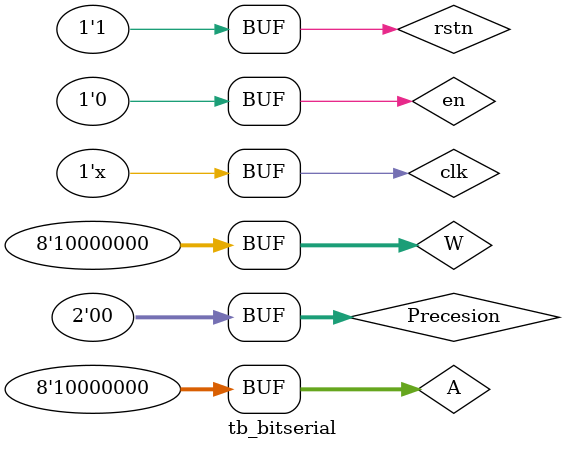
<source format=v>
module MAC_Unit(
    input [7:0] Activation, weight,
    input clk, rstn, en,
    input [1:0] ReducePrecLevel,
    output reg [2:0] count,
    output Win,
    output [7:0] WA,
    output done, triger,
    output [8:0] op1, op2,
    output [8:0] partsumres,
    output reg [15:0] PRODUCT,
    output reg [19:0] RESULT);

    // counter part
    // reg [2:0] count;
    always @(posedge clk, negedge rstn) begin
        if (rstn == 0)
            count = 0;
        else if (en == 1) begin
            count = count + 1;
        end
    end

    // triger = 1 when last bit of weight enter, done = 1 when partial sum done 
    assign triger = count[0] & ((count[1]&ReducePrecLevel[0])|(count[2]&count[1])|(ReducePrecLevel[1]&~ReducePrecLevel[0]));
    assign done = ~count[0] & ((~count[1]&ReducePrecLevel[0])|(~count[2]&~count[1])|(ReducePrecLevel[1]&~ReducePrecLevel[0]));

    // calculate weight bit * Activation
    // wire Win = weight[count];
    assign Win = weight[count];
    // wire [7:0] WA;
    genvar i;
    for (i=0; i<8; i=i+1) begin
        and(WA[i], Activation[i], Win);
    end

    // partial sum operand decision
    // wire [8:0] op1, op2;
    wire [7:0] WAprime;
    for (i=0; i<8; i=i+1) begin
        not(WAprime[i], WA[i]);
    end
    generate
        for(i=0; i<8; i=i+1) begin
            MUX_2 mux (WA[i], WAprime[i], triger, op1[i]);
        end
    endgenerate
    assign op1[8] = op1[7];

    wire [15:0] prevProduct = PRODUCT;
    wire [8:0] presum = {prevProduct[15], prevProduct[15:8]};
    generate
        for(i=0; i<9; i=i+1) begin
            MUX_2 mux(presum[i], 0, done, op2[i]);
        end
    endgenerate
    
    // partial sum part
    // wire [8:0] partsumres;
    ADDER #(.size(9)) productACCUM (op1, op2, triger, partsumres);

    // partial sum register
    wire [15:0] dPRODUCT = {partsumres, prevProduct[7:1]};
    always @(posedge clk, negedge rstn) begin
        if (rstn == 0)
            PRODUCT = 0;
        else if (en == 1)
            PRODUCT = dPRODUCT;
    end

    // accumulator part
    wire [19:0] accold, accnew, accumres;
    assign accold = RESULT;
    assign accnew = {{4{PRODUCT[15]}}, PRODUCT};
    assign accumres = accold + accnew;
    always @(posedge done, negedge rstn) begin
        if(rstn == 0)
            RESULT = 0;
        else if (en == 1)
            RESULT = accumres;
    end

endmodule

module MUX_2(
    input A, B, sel,
    output O);
    
    wire asp, bs, notsel;
    
    not(notsel, sel);
    nand(asp, A, notsel); 
    nand(bs, B, sel);
    nand(O, asp, bs);     
    
endmodule

module ADDER(op1, op2, cin, res);           // without carry out
    parameter size = 12;
    input [size-1:0] op1, op2;
    input cin;
    output [size-1:0] res;
    wire [size:0] C;

    genvar i;
    assign C[0] = cin;
    
    generate
        for(i=0; i<size; i=i+1) begin
            fullAdder FAwoc (.A(op1[i]), .B(op2[i]), .ci(C[i]), .s(res[i]), .co(C[i+1]));
        end
    endgenerate

endmodule

module fullAdder(
    input A, B, ci,
    output s, co);

    wire AxorB, AB, AciorBci;

    xor(AxorB, A, B);
    xor(s, AxorB, ci);
    and(AB, A, B);
    and(AciorBci, AxorB, ci);
    or(co, AciorBci, AB);

endmodule


module tb_bitserial();
    reg [7:0] A, W;
    reg clk, rstn, en;
    reg [1:0] Precesion;
    wire [2:0] count;
    wire win;
    wire [7:0] WA;
    wire done, triger;
    wire [8:0] op1, op2;
    wire [8:0] ptsum;
    wire [15:0] PRODUCT;
    wire [19:0] ACCUM;    

    MAC_Unit MAC (A, W, clk, rstn, en, Precesion, count, win, WA, done, triger, op1, op2, ptsum, PRODUCT, ACCUM);

    initial begin
        #0  clk = 0; rstn = 0; en = 0; Precesion = 2'b00; A = 0; W = 0;
        #10 rstn = 1;
        #5  A = 8'b01100111; W = 8'b00001010;
        #5  en = 1;
        #75 A = 8'b00111111; W = 8'b11100001;
        #80 A = 8'b10110100; W = 8'b01000000;
        #80 A = 8'b10101001; W = 8'b10110101;        
        #80 A = 8'b10000000; W = 8'b10000000;        
        #85  en = 0;
    end

    always #5 clk = ~clk;

endmodule
</source>
